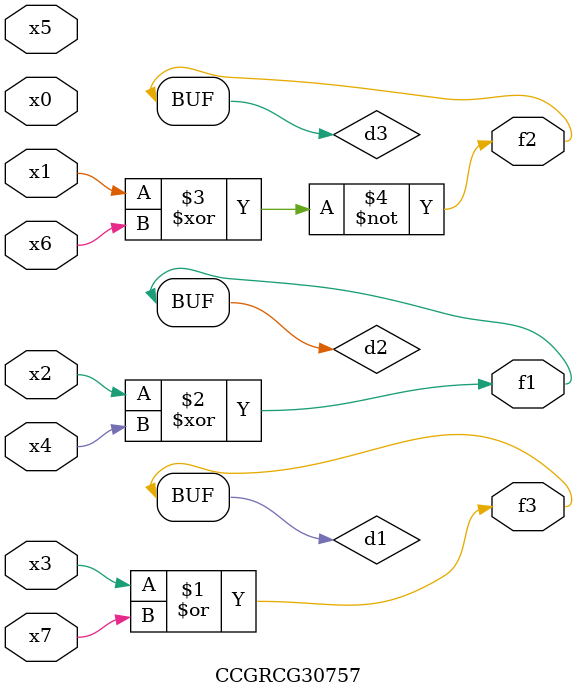
<source format=v>
module CCGRCG30757(
	input x0, x1, x2, x3, x4, x5, x6, x7,
	output f1, f2, f3
);

	wire d1, d2, d3;

	or (d1, x3, x7);
	xor (d2, x2, x4);
	xnor (d3, x1, x6);
	assign f1 = d2;
	assign f2 = d3;
	assign f3 = d1;
endmodule

</source>
